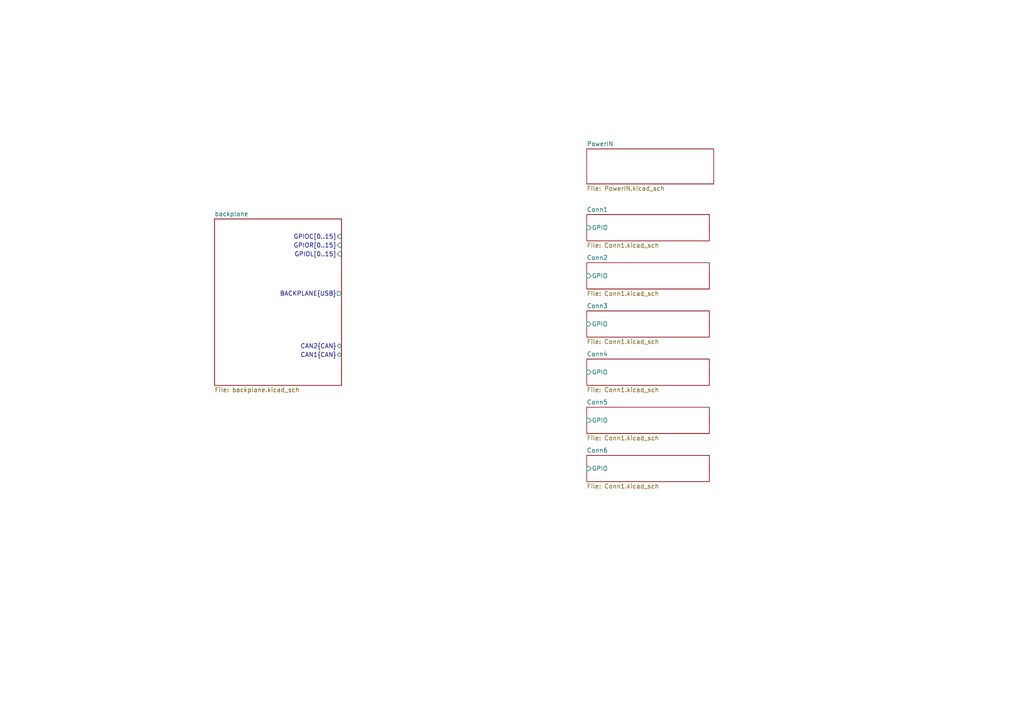
<source format=kicad_sch>
(kicad_sch
	(version 20250114)
	(generator "eeschema")
	(generator_version "9.0")
	(uuid "8ef3faa9-26ac-4d67-9a0f-d4499667925b")
	(paper "A4")
	(lib_symbols)
	(sheet
		(at 170.18 43.18)
		(size 36.83 10.16)
		(exclude_from_sim no)
		(in_bom yes)
		(on_board yes)
		(dnp no)
		(fields_autoplaced yes)
		(stroke
			(width 0.1524)
			(type solid)
		)
		(fill
			(color 0 0 0 0.0000)
		)
		(uuid "2da9368d-57bc-4547-94c7-3616951f71e4")
		(property "Sheetname" "PowerIN"
			(at 170.18 42.4684 0)
			(effects
				(font
					(size 1.27 1.27)
				)
				(justify left bottom)
			)
		)
		(property "Sheetfile" "PowerIN.kicad_sch"
			(at 170.18 53.9246 0)
			(effects
				(font
					(size 1.27 1.27)
				)
				(justify left top)
			)
		)
		(instances
			(project "ModuCard-GPIO-AUX"
				(path "/8ef3faa9-26ac-4d67-9a0f-d4499667925b"
					(page "18")
				)
			)
		)
	)
	(sheet
		(at 62.23 63.5)
		(size 36.83 48.26)
		(exclude_from_sim no)
		(in_bom yes)
		(on_board yes)
		(dnp no)
		(fields_autoplaced yes)
		(stroke
			(width 0.1524)
			(type solid)
		)
		(fill
			(color 0 0 0 0.0000)
		)
		(uuid "4d6a26ce-2624-4f1b-9c72-c26e7e9fc788")
		(property "Sheetname" "backplane"
			(at 62.23 62.7884 0)
			(effects
				(font
					(size 1.27 1.27)
				)
				(justify left bottom)
			)
		)
		(property "Sheetfile" "backplane.kicad_sch"
			(at 62.23 112.3446 0)
			(effects
				(font
					(size 1.27 1.27)
				)
				(justify left top)
			)
		)
		(pin "GPIOC[0..15]" input
			(at 99.06 68.58 0)
			(uuid "d69b26b8-f55c-4aef-bc15-1aeb9229b9f8")
			(effects
				(font
					(size 1.27 1.27)
				)
				(justify right)
			)
		)
		(pin "BACKPLANE{USB}" output
			(at 99.06 85.09 0)
			(uuid "a47607c3-ba99-449a-aeb9-6216607fb139")
			(effects
				(font
					(size 1.27 1.27)
				)
				(justify right)
			)
		)
		(pin "CAN2{CAN}" bidirectional
			(at 99.06 100.33 0)
			(uuid "8c2ea9c7-653f-47d5-a05f-4638940da7fa")
			(effects
				(font
					(size 1.27 1.27)
				)
				(justify right)
			)
		)
		(pin "GPIOR[0..15]" input
			(at 99.06 71.12 0)
			(uuid "d5b8e320-f241-49b5-b3dc-9c82fae758ff")
			(effects
				(font
					(size 1.27 1.27)
				)
				(justify right)
			)
		)
		(pin "CAN1{CAN}" bidirectional
			(at 99.06 102.87 0)
			(uuid "0dae52a4-ac65-4963-80c9-208c0b34dc64")
			(effects
				(font
					(size 1.27 1.27)
				)
				(justify right)
			)
		)
		(pin "GPIOL[0..15]" input
			(at 99.06 73.66 0)
			(uuid "f337e8c8-2da0-47fa-a967-9cb2f32639ec")
			(effects
				(font
					(size 1.27 1.27)
				)
				(justify right)
			)
		)
		(instances
			(project "ModuCard-GPIO-AUX"
				(path "/8ef3faa9-26ac-4d67-9a0f-d4499667925b"
					(page "17")
				)
			)
		)
	)
	(sheet
		(at 170.18 104.14)
		(size 35.56 7.62)
		(exclude_from_sim no)
		(in_bom yes)
		(on_board yes)
		(dnp no)
		(fields_autoplaced yes)
		(stroke
			(width 0.1524)
			(type solid)
		)
		(fill
			(color 0 0 0 0.0000)
		)
		(uuid "5ae3eed6-4fe2-473c-9b82-fbbaf2f3caa4")
		(property "Sheetname" "Conn4"
			(at 170.18 103.4284 0)
			(effects
				(font
					(size 1.27 1.27)
				)
				(justify left bottom)
			)
		)
		(property "Sheetfile" "Conn1.kicad_sch"
			(at 170.18 112.3446 0)
			(effects
				(font
					(size 1.27 1.27)
				)
				(justify left top)
			)
		)
		(pin "GPIO" input
			(at 170.18 107.95 180)
			(uuid "33449b3f-d0ab-42cb-9bec-359047188869")
			(effects
				(font
					(size 1.27 1.27)
				)
				(justify left)
			)
		)
		(instances
			(project "ModuCard-GPIO-AUX"
				(path "/8ef3faa9-26ac-4d67-9a0f-d4499667925b"
					(page "11")
				)
			)
		)
	)
	(sheet
		(at 170.18 132.08)
		(size 35.56 7.62)
		(exclude_from_sim no)
		(in_bom yes)
		(on_board yes)
		(dnp no)
		(fields_autoplaced yes)
		(stroke
			(width 0.1524)
			(type solid)
		)
		(fill
			(color 0 0 0 0.0000)
		)
		(uuid "7ad5ce47-4806-4fb7-8791-215346b5d222")
		(property "Sheetname" "Conn6"
			(at 170.18 131.3684 0)
			(effects
				(font
					(size 1.27 1.27)
				)
				(justify left bottom)
			)
		)
		(property "Sheetfile" "Conn1.kicad_sch"
			(at 170.18 140.2846 0)
			(effects
				(font
					(size 1.27 1.27)
				)
				(justify left top)
			)
		)
		(pin "GPIO" input
			(at 170.18 135.89 180)
			(uuid "9c38bd86-f0bc-4569-80a1-9383e9f0bf9b")
			(effects
				(font
					(size 1.27 1.27)
				)
				(justify left)
			)
		)
		(instances
			(project "ModuCard-GPIO-AUX"
				(path "/8ef3faa9-26ac-4d67-9a0f-d4499667925b"
					(page "19")
				)
			)
		)
	)
	(sheet
		(at 170.18 76.2)
		(size 35.56 7.62)
		(exclude_from_sim no)
		(in_bom yes)
		(on_board yes)
		(dnp no)
		(fields_autoplaced yes)
		(stroke
			(width 0.1524)
			(type solid)
		)
		(fill
			(color 0 0 0 0.0000)
		)
		(uuid "8790317c-2f94-4897-9222-89a0fa74b781")
		(property "Sheetname" "Conn2"
			(at 170.18 75.4884 0)
			(effects
				(font
					(size 1.27 1.27)
				)
				(justify left bottom)
			)
		)
		(property "Sheetfile" "Conn1.kicad_sch"
			(at 170.18 84.4046 0)
			(effects
				(font
					(size 1.27 1.27)
				)
				(justify left top)
			)
		)
		(pin "GPIO" input
			(at 170.18 80.01 180)
			(uuid "b14eb094-34f7-4014-98cb-d14e30298b5e")
			(effects
				(font
					(size 1.27 1.27)
				)
				(justify left)
			)
		)
		(instances
			(project "ModuCard-GPIO-AUX"
				(path "/8ef3faa9-26ac-4d67-9a0f-d4499667925b"
					(page "5")
				)
			)
		)
	)
	(sheet
		(at 170.18 118.11)
		(size 35.56 7.62)
		(exclude_from_sim no)
		(in_bom yes)
		(on_board yes)
		(dnp no)
		(fields_autoplaced yes)
		(stroke
			(width 0.1524)
			(type solid)
		)
		(fill
			(color 0 0 0 0.0000)
		)
		(uuid "9aedf911-26ec-4067-95ab-1c11f8fe26e0")
		(property "Sheetname" "Conn5"
			(at 170.18 117.3984 0)
			(effects
				(font
					(size 1.27 1.27)
				)
				(justify left bottom)
			)
		)
		(property "Sheetfile" "Conn1.kicad_sch"
			(at 170.18 126.3146 0)
			(effects
				(font
					(size 1.27 1.27)
				)
				(justify left top)
			)
		)
		(pin "GPIO" input
			(at 170.18 121.92 180)
			(uuid "5e516417-f2f1-44d8-ad09-bcba83eb8352")
			(effects
				(font
					(size 1.27 1.27)
				)
				(justify left)
			)
		)
		(instances
			(project "ModuCard-GPIO-AUX"
				(path "/8ef3faa9-26ac-4d67-9a0f-d4499667925b"
					(page "14")
				)
			)
		)
	)
	(sheet
		(at 170.18 90.17)
		(size 35.56 7.62)
		(exclude_from_sim no)
		(in_bom yes)
		(on_board yes)
		(dnp no)
		(fields_autoplaced yes)
		(stroke
			(width 0.1524)
			(type solid)
		)
		(fill
			(color 0 0 0 0.0000)
		)
		(uuid "a1333ab6-9aaa-4fbc-bc6b-224a0904cdda")
		(property "Sheetname" "Conn3"
			(at 170.18 89.4584 0)
			(effects
				(font
					(size 1.27 1.27)
				)
				(justify left bottom)
			)
		)
		(property "Sheetfile" "Conn1.kicad_sch"
			(at 170.18 98.3746 0)
			(effects
				(font
					(size 1.27 1.27)
				)
				(justify left top)
			)
		)
		(pin "GPIO" input
			(at 170.18 93.98 180)
			(uuid "223f686c-3c14-4e6e-bbed-7938ec6356b5")
			(effects
				(font
					(size 1.27 1.27)
				)
				(justify left)
			)
		)
		(instances
			(project "ModuCard-GPIO-AUX"
				(path "/8ef3faa9-26ac-4d67-9a0f-d4499667925b"
					(page "8")
				)
			)
		)
	)
	(sheet
		(at 170.18 62.23)
		(size 35.56 7.62)
		(exclude_from_sim no)
		(in_bom yes)
		(on_board yes)
		(dnp no)
		(fields_autoplaced yes)
		(stroke
			(width 0.1524)
			(type solid)
		)
		(fill
			(color 0 0 0 0.0000)
		)
		(uuid "a8ae1582-52f1-4cc3-aee3-2d6c180077b5")
		(property "Sheetname" "Conn1"
			(at 170.18 61.5184 0)
			(effects
				(font
					(size 1.27 1.27)
				)
				(justify left bottom)
			)
		)
		(property "Sheetfile" "Conn1.kicad_sch"
			(at 170.18 70.4346 0)
			(effects
				(font
					(size 1.27 1.27)
				)
				(justify left top)
			)
		)
		(pin "GPIO" input
			(at 170.18 66.04 180)
			(uuid "df787ad6-6fe4-47ed-8ab6-e0695bf997a2")
			(effects
				(font
					(size 1.27 1.27)
				)
				(justify left)
			)
		)
		(instances
			(project "ModuCard-GPIO-AUX"
				(path "/8ef3faa9-26ac-4d67-9a0f-d4499667925b"
					(page "2")
				)
			)
		)
	)
	(sheet_instances
		(path "/"
			(page "1")
		)
	)
	(embedded_fonts no)
)

</source>
